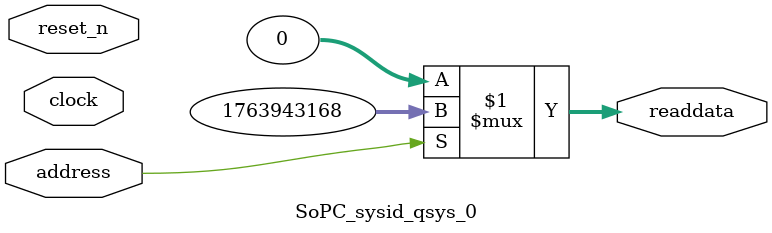
<source format=v>

`timescale 1ns / 1ps
// synthesis translate_on

// turn off superfluous verilog processor warnings 
// altera message_level Level1 
// altera message_off 10034 10035 10036 10037 10230 10240 10030 

module SoPC_sysid_qsys_0 (
               // inputs:
                address,
                clock,
                reset_n,

               // outputs:
                readdata
             )
;

  output  [ 31: 0] readdata;
  input            address;
  input            clock;
  input            reset_n;

  wire    [ 31: 0] readdata;
  //control_slave, which is an e_avalon_slave
  assign readdata = address ? 1763943168 : 0;

endmodule




</source>
